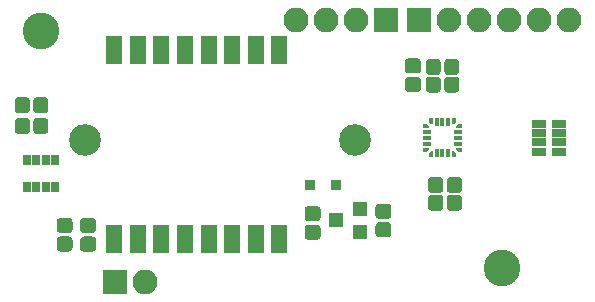
<source format=gbr>
G04 #@! TF.GenerationSoftware,KiCad,Pcbnew,(5.0.0)*
G04 #@! TF.CreationDate,2019-02-27T16:54:38+00:00*
G04 #@! TF.ProjectId,rain,7261696E2E6B696361645F7063620000,rev?*
G04 #@! TF.SameCoordinates,Original*
G04 #@! TF.FileFunction,Soldermask,Top*
G04 #@! TF.FilePolarity,Negative*
%FSLAX46Y46*%
G04 Gerber Fmt 4.6, Leading zero omitted, Abs format (unit mm)*
G04 Created by KiCad (PCBNEW (5.0.0)) date 02/27/19 16:54:38*
%MOMM*%
%LPD*%
G01*
G04 APERTURE LIST*
%ADD10C,3.100000*%
%ADD11C,2.690000*%
%ADD12C,0.100000*%
%ADD13C,1.275000*%
%ADD14R,0.900000X0.900000*%
%ADD15R,2.100000X2.100000*%
%ADD16O,2.100000X2.100000*%
%ADD17R,1.300000X0.800000*%
%ADD18R,1.300000X1.200000*%
%ADD19R,0.800000X0.950000*%
%ADD20R,1.400000X2.400000*%
%ADD21R,0.302000X0.352000*%
%ADD22R,0.302000X0.702000*%
%ADD23R,0.352000X0.302000*%
%ADD24R,0.702000X0.302000*%
%ADD25R,0.152000X0.152000*%
%ADD26C,0.214000*%
%ADD27R,0.100000X0.100000*%
G04 APERTURE END LIST*
D10*
G04 #@! TO.C,REF\002A\002A*
X138000000Y-99000000D03*
G04 #@! TD*
D11*
G04 #@! TO.C,BT1*
X125600000Y-88200000D03*
X102740000Y-88200000D03*
G04 #@! TD*
D12*
G04 #@! TO.C,C1*
G36*
X97774993Y-86326535D02*
X97805935Y-86331125D01*
X97836278Y-86338725D01*
X97865730Y-86349263D01*
X97894008Y-86362638D01*
X97920838Y-86378719D01*
X97945963Y-86397353D01*
X97969140Y-86418360D01*
X97990147Y-86441537D01*
X98008781Y-86466662D01*
X98024862Y-86493492D01*
X98038237Y-86521770D01*
X98048775Y-86551222D01*
X98056375Y-86581565D01*
X98060965Y-86612507D01*
X98062500Y-86643750D01*
X98062500Y-87356250D01*
X98060965Y-87387493D01*
X98056375Y-87418435D01*
X98048775Y-87448778D01*
X98038237Y-87478230D01*
X98024862Y-87506508D01*
X98008781Y-87533338D01*
X97990147Y-87558463D01*
X97969140Y-87581640D01*
X97945963Y-87602647D01*
X97920838Y-87621281D01*
X97894008Y-87637362D01*
X97865730Y-87650737D01*
X97836278Y-87661275D01*
X97805935Y-87668875D01*
X97774993Y-87673465D01*
X97743750Y-87675000D01*
X97106250Y-87675000D01*
X97075007Y-87673465D01*
X97044065Y-87668875D01*
X97013722Y-87661275D01*
X96984270Y-87650737D01*
X96955992Y-87637362D01*
X96929162Y-87621281D01*
X96904037Y-87602647D01*
X96880860Y-87581640D01*
X96859853Y-87558463D01*
X96841219Y-87533338D01*
X96825138Y-87506508D01*
X96811763Y-87478230D01*
X96801225Y-87448778D01*
X96793625Y-87418435D01*
X96789035Y-87387493D01*
X96787500Y-87356250D01*
X96787500Y-86643750D01*
X96789035Y-86612507D01*
X96793625Y-86581565D01*
X96801225Y-86551222D01*
X96811763Y-86521770D01*
X96825138Y-86493492D01*
X96841219Y-86466662D01*
X96859853Y-86441537D01*
X96880860Y-86418360D01*
X96904037Y-86397353D01*
X96929162Y-86378719D01*
X96955992Y-86362638D01*
X96984270Y-86349263D01*
X97013722Y-86338725D01*
X97044065Y-86331125D01*
X97075007Y-86326535D01*
X97106250Y-86325000D01*
X97743750Y-86325000D01*
X97774993Y-86326535D01*
X97774993Y-86326535D01*
G37*
D13*
X97425000Y-87000000D03*
D12*
G36*
X99349993Y-86326535D02*
X99380935Y-86331125D01*
X99411278Y-86338725D01*
X99440730Y-86349263D01*
X99469008Y-86362638D01*
X99495838Y-86378719D01*
X99520963Y-86397353D01*
X99544140Y-86418360D01*
X99565147Y-86441537D01*
X99583781Y-86466662D01*
X99599862Y-86493492D01*
X99613237Y-86521770D01*
X99623775Y-86551222D01*
X99631375Y-86581565D01*
X99635965Y-86612507D01*
X99637500Y-86643750D01*
X99637500Y-87356250D01*
X99635965Y-87387493D01*
X99631375Y-87418435D01*
X99623775Y-87448778D01*
X99613237Y-87478230D01*
X99599862Y-87506508D01*
X99583781Y-87533338D01*
X99565147Y-87558463D01*
X99544140Y-87581640D01*
X99520963Y-87602647D01*
X99495838Y-87621281D01*
X99469008Y-87637362D01*
X99440730Y-87650737D01*
X99411278Y-87661275D01*
X99380935Y-87668875D01*
X99349993Y-87673465D01*
X99318750Y-87675000D01*
X98681250Y-87675000D01*
X98650007Y-87673465D01*
X98619065Y-87668875D01*
X98588722Y-87661275D01*
X98559270Y-87650737D01*
X98530992Y-87637362D01*
X98504162Y-87621281D01*
X98479037Y-87602647D01*
X98455860Y-87581640D01*
X98434853Y-87558463D01*
X98416219Y-87533338D01*
X98400138Y-87506508D01*
X98386763Y-87478230D01*
X98376225Y-87448778D01*
X98368625Y-87418435D01*
X98364035Y-87387493D01*
X98362500Y-87356250D01*
X98362500Y-86643750D01*
X98364035Y-86612507D01*
X98368625Y-86581565D01*
X98376225Y-86551222D01*
X98386763Y-86521770D01*
X98400138Y-86493492D01*
X98416219Y-86466662D01*
X98434853Y-86441537D01*
X98455860Y-86418360D01*
X98479037Y-86397353D01*
X98504162Y-86378719D01*
X98530992Y-86362638D01*
X98559270Y-86349263D01*
X98588722Y-86338725D01*
X98619065Y-86331125D01*
X98650007Y-86326535D01*
X98681250Y-86325000D01*
X99318750Y-86325000D01*
X99349993Y-86326535D01*
X99349993Y-86326535D01*
G37*
D13*
X99000000Y-87000000D03*
G04 #@! TD*
D12*
G04 #@! TO.C,C2*
G36*
X122387493Y-95364035D02*
X122418435Y-95368625D01*
X122448778Y-95376225D01*
X122478230Y-95386763D01*
X122506508Y-95400138D01*
X122533338Y-95416219D01*
X122558463Y-95434853D01*
X122581640Y-95455860D01*
X122602647Y-95479037D01*
X122621281Y-95504162D01*
X122637362Y-95530992D01*
X122650737Y-95559270D01*
X122661275Y-95588722D01*
X122668875Y-95619065D01*
X122673465Y-95650007D01*
X122675000Y-95681250D01*
X122675000Y-96318750D01*
X122673465Y-96349993D01*
X122668875Y-96380935D01*
X122661275Y-96411278D01*
X122650737Y-96440730D01*
X122637362Y-96469008D01*
X122621281Y-96495838D01*
X122602647Y-96520963D01*
X122581640Y-96544140D01*
X122558463Y-96565147D01*
X122533338Y-96583781D01*
X122506508Y-96599862D01*
X122478230Y-96613237D01*
X122448778Y-96623775D01*
X122418435Y-96631375D01*
X122387493Y-96635965D01*
X122356250Y-96637500D01*
X121643750Y-96637500D01*
X121612507Y-96635965D01*
X121581565Y-96631375D01*
X121551222Y-96623775D01*
X121521770Y-96613237D01*
X121493492Y-96599862D01*
X121466662Y-96583781D01*
X121441537Y-96565147D01*
X121418360Y-96544140D01*
X121397353Y-96520963D01*
X121378719Y-96495838D01*
X121362638Y-96469008D01*
X121349263Y-96440730D01*
X121338725Y-96411278D01*
X121331125Y-96380935D01*
X121326535Y-96349993D01*
X121325000Y-96318750D01*
X121325000Y-95681250D01*
X121326535Y-95650007D01*
X121331125Y-95619065D01*
X121338725Y-95588722D01*
X121349263Y-95559270D01*
X121362638Y-95530992D01*
X121378719Y-95504162D01*
X121397353Y-95479037D01*
X121418360Y-95455860D01*
X121441537Y-95434853D01*
X121466662Y-95416219D01*
X121493492Y-95400138D01*
X121521770Y-95386763D01*
X121551222Y-95376225D01*
X121581565Y-95368625D01*
X121612507Y-95364035D01*
X121643750Y-95362500D01*
X122356250Y-95362500D01*
X122387493Y-95364035D01*
X122387493Y-95364035D01*
G37*
D13*
X122000000Y-96000000D03*
D12*
G36*
X122387493Y-93789035D02*
X122418435Y-93793625D01*
X122448778Y-93801225D01*
X122478230Y-93811763D01*
X122506508Y-93825138D01*
X122533338Y-93841219D01*
X122558463Y-93859853D01*
X122581640Y-93880860D01*
X122602647Y-93904037D01*
X122621281Y-93929162D01*
X122637362Y-93955992D01*
X122650737Y-93984270D01*
X122661275Y-94013722D01*
X122668875Y-94044065D01*
X122673465Y-94075007D01*
X122675000Y-94106250D01*
X122675000Y-94743750D01*
X122673465Y-94774993D01*
X122668875Y-94805935D01*
X122661275Y-94836278D01*
X122650737Y-94865730D01*
X122637362Y-94894008D01*
X122621281Y-94920838D01*
X122602647Y-94945963D01*
X122581640Y-94969140D01*
X122558463Y-94990147D01*
X122533338Y-95008781D01*
X122506508Y-95024862D01*
X122478230Y-95038237D01*
X122448778Y-95048775D01*
X122418435Y-95056375D01*
X122387493Y-95060965D01*
X122356250Y-95062500D01*
X121643750Y-95062500D01*
X121612507Y-95060965D01*
X121581565Y-95056375D01*
X121551222Y-95048775D01*
X121521770Y-95038237D01*
X121493492Y-95024862D01*
X121466662Y-95008781D01*
X121441537Y-94990147D01*
X121418360Y-94969140D01*
X121397353Y-94945963D01*
X121378719Y-94920838D01*
X121362638Y-94894008D01*
X121349263Y-94865730D01*
X121338725Y-94836278D01*
X121331125Y-94805935D01*
X121326535Y-94774993D01*
X121325000Y-94743750D01*
X121325000Y-94106250D01*
X121326535Y-94075007D01*
X121331125Y-94044065D01*
X121338725Y-94013722D01*
X121349263Y-93984270D01*
X121362638Y-93955992D01*
X121378719Y-93929162D01*
X121397353Y-93904037D01*
X121418360Y-93880860D01*
X121441537Y-93859853D01*
X121466662Y-93841219D01*
X121493492Y-93825138D01*
X121521770Y-93811763D01*
X121551222Y-93801225D01*
X121581565Y-93793625D01*
X121612507Y-93789035D01*
X121643750Y-93787500D01*
X122356250Y-93787500D01*
X122387493Y-93789035D01*
X122387493Y-93789035D01*
G37*
D13*
X122000000Y-94425000D03*
G04 #@! TD*
D12*
G04 #@! TO.C,C3*
G36*
X99349993Y-84576535D02*
X99380935Y-84581125D01*
X99411278Y-84588725D01*
X99440730Y-84599263D01*
X99469008Y-84612638D01*
X99495838Y-84628719D01*
X99520963Y-84647353D01*
X99544140Y-84668360D01*
X99565147Y-84691537D01*
X99583781Y-84716662D01*
X99599862Y-84743492D01*
X99613237Y-84771770D01*
X99623775Y-84801222D01*
X99631375Y-84831565D01*
X99635965Y-84862507D01*
X99637500Y-84893750D01*
X99637500Y-85606250D01*
X99635965Y-85637493D01*
X99631375Y-85668435D01*
X99623775Y-85698778D01*
X99613237Y-85728230D01*
X99599862Y-85756508D01*
X99583781Y-85783338D01*
X99565147Y-85808463D01*
X99544140Y-85831640D01*
X99520963Y-85852647D01*
X99495838Y-85871281D01*
X99469008Y-85887362D01*
X99440730Y-85900737D01*
X99411278Y-85911275D01*
X99380935Y-85918875D01*
X99349993Y-85923465D01*
X99318750Y-85925000D01*
X98681250Y-85925000D01*
X98650007Y-85923465D01*
X98619065Y-85918875D01*
X98588722Y-85911275D01*
X98559270Y-85900737D01*
X98530992Y-85887362D01*
X98504162Y-85871281D01*
X98479037Y-85852647D01*
X98455860Y-85831640D01*
X98434853Y-85808463D01*
X98416219Y-85783338D01*
X98400138Y-85756508D01*
X98386763Y-85728230D01*
X98376225Y-85698778D01*
X98368625Y-85668435D01*
X98364035Y-85637493D01*
X98362500Y-85606250D01*
X98362500Y-84893750D01*
X98364035Y-84862507D01*
X98368625Y-84831565D01*
X98376225Y-84801222D01*
X98386763Y-84771770D01*
X98400138Y-84743492D01*
X98416219Y-84716662D01*
X98434853Y-84691537D01*
X98455860Y-84668360D01*
X98479037Y-84647353D01*
X98504162Y-84628719D01*
X98530992Y-84612638D01*
X98559270Y-84599263D01*
X98588722Y-84588725D01*
X98619065Y-84581125D01*
X98650007Y-84576535D01*
X98681250Y-84575000D01*
X99318750Y-84575000D01*
X99349993Y-84576535D01*
X99349993Y-84576535D01*
G37*
D13*
X99000000Y-85250000D03*
D12*
G36*
X97774993Y-84576535D02*
X97805935Y-84581125D01*
X97836278Y-84588725D01*
X97865730Y-84599263D01*
X97894008Y-84612638D01*
X97920838Y-84628719D01*
X97945963Y-84647353D01*
X97969140Y-84668360D01*
X97990147Y-84691537D01*
X98008781Y-84716662D01*
X98024862Y-84743492D01*
X98038237Y-84771770D01*
X98048775Y-84801222D01*
X98056375Y-84831565D01*
X98060965Y-84862507D01*
X98062500Y-84893750D01*
X98062500Y-85606250D01*
X98060965Y-85637493D01*
X98056375Y-85668435D01*
X98048775Y-85698778D01*
X98038237Y-85728230D01*
X98024862Y-85756508D01*
X98008781Y-85783338D01*
X97990147Y-85808463D01*
X97969140Y-85831640D01*
X97945963Y-85852647D01*
X97920838Y-85871281D01*
X97894008Y-85887362D01*
X97865730Y-85900737D01*
X97836278Y-85911275D01*
X97805935Y-85918875D01*
X97774993Y-85923465D01*
X97743750Y-85925000D01*
X97106250Y-85925000D01*
X97075007Y-85923465D01*
X97044065Y-85918875D01*
X97013722Y-85911275D01*
X96984270Y-85900737D01*
X96955992Y-85887362D01*
X96929162Y-85871281D01*
X96904037Y-85852647D01*
X96880860Y-85831640D01*
X96859853Y-85808463D01*
X96841219Y-85783338D01*
X96825138Y-85756508D01*
X96811763Y-85728230D01*
X96801225Y-85698778D01*
X96793625Y-85668435D01*
X96789035Y-85637493D01*
X96787500Y-85606250D01*
X96787500Y-84893750D01*
X96789035Y-84862507D01*
X96793625Y-84831565D01*
X96801225Y-84801222D01*
X96811763Y-84771770D01*
X96825138Y-84743492D01*
X96841219Y-84716662D01*
X96859853Y-84691537D01*
X96880860Y-84668360D01*
X96904037Y-84647353D01*
X96929162Y-84628719D01*
X96955992Y-84612638D01*
X96984270Y-84599263D01*
X97013722Y-84588725D01*
X97044065Y-84581125D01*
X97075007Y-84576535D01*
X97106250Y-84575000D01*
X97743750Y-84575000D01*
X97774993Y-84576535D01*
X97774993Y-84576535D01*
G37*
D13*
X97425000Y-85250000D03*
G04 #@! TD*
D12*
G04 #@! TO.C,C4*
G36*
X128387493Y-95151535D02*
X128418435Y-95156125D01*
X128448778Y-95163725D01*
X128478230Y-95174263D01*
X128506508Y-95187638D01*
X128533338Y-95203719D01*
X128558463Y-95222353D01*
X128581640Y-95243360D01*
X128602647Y-95266537D01*
X128621281Y-95291662D01*
X128637362Y-95318492D01*
X128650737Y-95346770D01*
X128661275Y-95376222D01*
X128668875Y-95406565D01*
X128673465Y-95437507D01*
X128675000Y-95468750D01*
X128675000Y-96106250D01*
X128673465Y-96137493D01*
X128668875Y-96168435D01*
X128661275Y-96198778D01*
X128650737Y-96228230D01*
X128637362Y-96256508D01*
X128621281Y-96283338D01*
X128602647Y-96308463D01*
X128581640Y-96331640D01*
X128558463Y-96352647D01*
X128533338Y-96371281D01*
X128506508Y-96387362D01*
X128478230Y-96400737D01*
X128448778Y-96411275D01*
X128418435Y-96418875D01*
X128387493Y-96423465D01*
X128356250Y-96425000D01*
X127643750Y-96425000D01*
X127612507Y-96423465D01*
X127581565Y-96418875D01*
X127551222Y-96411275D01*
X127521770Y-96400737D01*
X127493492Y-96387362D01*
X127466662Y-96371281D01*
X127441537Y-96352647D01*
X127418360Y-96331640D01*
X127397353Y-96308463D01*
X127378719Y-96283338D01*
X127362638Y-96256508D01*
X127349263Y-96228230D01*
X127338725Y-96198778D01*
X127331125Y-96168435D01*
X127326535Y-96137493D01*
X127325000Y-96106250D01*
X127325000Y-95468750D01*
X127326535Y-95437507D01*
X127331125Y-95406565D01*
X127338725Y-95376222D01*
X127349263Y-95346770D01*
X127362638Y-95318492D01*
X127378719Y-95291662D01*
X127397353Y-95266537D01*
X127418360Y-95243360D01*
X127441537Y-95222353D01*
X127466662Y-95203719D01*
X127493492Y-95187638D01*
X127521770Y-95174263D01*
X127551222Y-95163725D01*
X127581565Y-95156125D01*
X127612507Y-95151535D01*
X127643750Y-95150000D01*
X128356250Y-95150000D01*
X128387493Y-95151535D01*
X128387493Y-95151535D01*
G37*
D13*
X128000000Y-95787500D03*
D12*
G36*
X128387493Y-93576535D02*
X128418435Y-93581125D01*
X128448778Y-93588725D01*
X128478230Y-93599263D01*
X128506508Y-93612638D01*
X128533338Y-93628719D01*
X128558463Y-93647353D01*
X128581640Y-93668360D01*
X128602647Y-93691537D01*
X128621281Y-93716662D01*
X128637362Y-93743492D01*
X128650737Y-93771770D01*
X128661275Y-93801222D01*
X128668875Y-93831565D01*
X128673465Y-93862507D01*
X128675000Y-93893750D01*
X128675000Y-94531250D01*
X128673465Y-94562493D01*
X128668875Y-94593435D01*
X128661275Y-94623778D01*
X128650737Y-94653230D01*
X128637362Y-94681508D01*
X128621281Y-94708338D01*
X128602647Y-94733463D01*
X128581640Y-94756640D01*
X128558463Y-94777647D01*
X128533338Y-94796281D01*
X128506508Y-94812362D01*
X128478230Y-94825737D01*
X128448778Y-94836275D01*
X128418435Y-94843875D01*
X128387493Y-94848465D01*
X128356250Y-94850000D01*
X127643750Y-94850000D01*
X127612507Y-94848465D01*
X127581565Y-94843875D01*
X127551222Y-94836275D01*
X127521770Y-94825737D01*
X127493492Y-94812362D01*
X127466662Y-94796281D01*
X127441537Y-94777647D01*
X127418360Y-94756640D01*
X127397353Y-94733463D01*
X127378719Y-94708338D01*
X127362638Y-94681508D01*
X127349263Y-94653230D01*
X127338725Y-94623778D01*
X127331125Y-94593435D01*
X127326535Y-94562493D01*
X127325000Y-94531250D01*
X127325000Y-93893750D01*
X127326535Y-93862507D01*
X127331125Y-93831565D01*
X127338725Y-93801222D01*
X127349263Y-93771770D01*
X127362638Y-93743492D01*
X127378719Y-93716662D01*
X127397353Y-93691537D01*
X127418360Y-93668360D01*
X127441537Y-93647353D01*
X127466662Y-93628719D01*
X127493492Y-93612638D01*
X127521770Y-93599263D01*
X127551222Y-93588725D01*
X127581565Y-93581125D01*
X127612507Y-93576535D01*
X127643750Y-93575000D01*
X128356250Y-93575000D01*
X128387493Y-93576535D01*
X128387493Y-93576535D01*
G37*
D13*
X128000000Y-94212500D03*
G04 #@! TD*
D12*
G04 #@! TO.C,C5*
G36*
X132774993Y-92826535D02*
X132805935Y-92831125D01*
X132836278Y-92838725D01*
X132865730Y-92849263D01*
X132894008Y-92862638D01*
X132920838Y-92878719D01*
X132945963Y-92897353D01*
X132969140Y-92918360D01*
X132990147Y-92941537D01*
X133008781Y-92966662D01*
X133024862Y-92993492D01*
X133038237Y-93021770D01*
X133048775Y-93051222D01*
X133056375Y-93081565D01*
X133060965Y-93112507D01*
X133062500Y-93143750D01*
X133062500Y-93856250D01*
X133060965Y-93887493D01*
X133056375Y-93918435D01*
X133048775Y-93948778D01*
X133038237Y-93978230D01*
X133024862Y-94006508D01*
X133008781Y-94033338D01*
X132990147Y-94058463D01*
X132969140Y-94081640D01*
X132945963Y-94102647D01*
X132920838Y-94121281D01*
X132894008Y-94137362D01*
X132865730Y-94150737D01*
X132836278Y-94161275D01*
X132805935Y-94168875D01*
X132774993Y-94173465D01*
X132743750Y-94175000D01*
X132106250Y-94175000D01*
X132075007Y-94173465D01*
X132044065Y-94168875D01*
X132013722Y-94161275D01*
X131984270Y-94150737D01*
X131955992Y-94137362D01*
X131929162Y-94121281D01*
X131904037Y-94102647D01*
X131880860Y-94081640D01*
X131859853Y-94058463D01*
X131841219Y-94033338D01*
X131825138Y-94006508D01*
X131811763Y-93978230D01*
X131801225Y-93948778D01*
X131793625Y-93918435D01*
X131789035Y-93887493D01*
X131787500Y-93856250D01*
X131787500Y-93143750D01*
X131789035Y-93112507D01*
X131793625Y-93081565D01*
X131801225Y-93051222D01*
X131811763Y-93021770D01*
X131825138Y-92993492D01*
X131841219Y-92966662D01*
X131859853Y-92941537D01*
X131880860Y-92918360D01*
X131904037Y-92897353D01*
X131929162Y-92878719D01*
X131955992Y-92862638D01*
X131984270Y-92849263D01*
X132013722Y-92838725D01*
X132044065Y-92831125D01*
X132075007Y-92826535D01*
X132106250Y-92825000D01*
X132743750Y-92825000D01*
X132774993Y-92826535D01*
X132774993Y-92826535D01*
G37*
D13*
X132425000Y-93500000D03*
D12*
G36*
X134349993Y-92826535D02*
X134380935Y-92831125D01*
X134411278Y-92838725D01*
X134440730Y-92849263D01*
X134469008Y-92862638D01*
X134495838Y-92878719D01*
X134520963Y-92897353D01*
X134544140Y-92918360D01*
X134565147Y-92941537D01*
X134583781Y-92966662D01*
X134599862Y-92993492D01*
X134613237Y-93021770D01*
X134623775Y-93051222D01*
X134631375Y-93081565D01*
X134635965Y-93112507D01*
X134637500Y-93143750D01*
X134637500Y-93856250D01*
X134635965Y-93887493D01*
X134631375Y-93918435D01*
X134623775Y-93948778D01*
X134613237Y-93978230D01*
X134599862Y-94006508D01*
X134583781Y-94033338D01*
X134565147Y-94058463D01*
X134544140Y-94081640D01*
X134520963Y-94102647D01*
X134495838Y-94121281D01*
X134469008Y-94137362D01*
X134440730Y-94150737D01*
X134411278Y-94161275D01*
X134380935Y-94168875D01*
X134349993Y-94173465D01*
X134318750Y-94175000D01*
X133681250Y-94175000D01*
X133650007Y-94173465D01*
X133619065Y-94168875D01*
X133588722Y-94161275D01*
X133559270Y-94150737D01*
X133530992Y-94137362D01*
X133504162Y-94121281D01*
X133479037Y-94102647D01*
X133455860Y-94081640D01*
X133434853Y-94058463D01*
X133416219Y-94033338D01*
X133400138Y-94006508D01*
X133386763Y-93978230D01*
X133376225Y-93948778D01*
X133368625Y-93918435D01*
X133364035Y-93887493D01*
X133362500Y-93856250D01*
X133362500Y-93143750D01*
X133364035Y-93112507D01*
X133368625Y-93081565D01*
X133376225Y-93051222D01*
X133386763Y-93021770D01*
X133400138Y-92993492D01*
X133416219Y-92966662D01*
X133434853Y-92941537D01*
X133455860Y-92918360D01*
X133479037Y-92897353D01*
X133504162Y-92878719D01*
X133530992Y-92862638D01*
X133559270Y-92849263D01*
X133588722Y-92838725D01*
X133619065Y-92831125D01*
X133650007Y-92826535D01*
X133681250Y-92825000D01*
X134318750Y-92825000D01*
X134349993Y-92826535D01*
X134349993Y-92826535D01*
G37*
D13*
X134000000Y-93500000D03*
G04 #@! TD*
D12*
G04 #@! TO.C,C6*
G36*
X132774993Y-91326535D02*
X132805935Y-91331125D01*
X132836278Y-91338725D01*
X132865730Y-91349263D01*
X132894008Y-91362638D01*
X132920838Y-91378719D01*
X132945963Y-91397353D01*
X132969140Y-91418360D01*
X132990147Y-91441537D01*
X133008781Y-91466662D01*
X133024862Y-91493492D01*
X133038237Y-91521770D01*
X133048775Y-91551222D01*
X133056375Y-91581565D01*
X133060965Y-91612507D01*
X133062500Y-91643750D01*
X133062500Y-92356250D01*
X133060965Y-92387493D01*
X133056375Y-92418435D01*
X133048775Y-92448778D01*
X133038237Y-92478230D01*
X133024862Y-92506508D01*
X133008781Y-92533338D01*
X132990147Y-92558463D01*
X132969140Y-92581640D01*
X132945963Y-92602647D01*
X132920838Y-92621281D01*
X132894008Y-92637362D01*
X132865730Y-92650737D01*
X132836278Y-92661275D01*
X132805935Y-92668875D01*
X132774993Y-92673465D01*
X132743750Y-92675000D01*
X132106250Y-92675000D01*
X132075007Y-92673465D01*
X132044065Y-92668875D01*
X132013722Y-92661275D01*
X131984270Y-92650737D01*
X131955992Y-92637362D01*
X131929162Y-92621281D01*
X131904037Y-92602647D01*
X131880860Y-92581640D01*
X131859853Y-92558463D01*
X131841219Y-92533338D01*
X131825138Y-92506508D01*
X131811763Y-92478230D01*
X131801225Y-92448778D01*
X131793625Y-92418435D01*
X131789035Y-92387493D01*
X131787500Y-92356250D01*
X131787500Y-91643750D01*
X131789035Y-91612507D01*
X131793625Y-91581565D01*
X131801225Y-91551222D01*
X131811763Y-91521770D01*
X131825138Y-91493492D01*
X131841219Y-91466662D01*
X131859853Y-91441537D01*
X131880860Y-91418360D01*
X131904037Y-91397353D01*
X131929162Y-91378719D01*
X131955992Y-91362638D01*
X131984270Y-91349263D01*
X132013722Y-91338725D01*
X132044065Y-91331125D01*
X132075007Y-91326535D01*
X132106250Y-91325000D01*
X132743750Y-91325000D01*
X132774993Y-91326535D01*
X132774993Y-91326535D01*
G37*
D13*
X132425000Y-92000000D03*
D12*
G36*
X134349993Y-91326535D02*
X134380935Y-91331125D01*
X134411278Y-91338725D01*
X134440730Y-91349263D01*
X134469008Y-91362638D01*
X134495838Y-91378719D01*
X134520963Y-91397353D01*
X134544140Y-91418360D01*
X134565147Y-91441537D01*
X134583781Y-91466662D01*
X134599862Y-91493492D01*
X134613237Y-91521770D01*
X134623775Y-91551222D01*
X134631375Y-91581565D01*
X134635965Y-91612507D01*
X134637500Y-91643750D01*
X134637500Y-92356250D01*
X134635965Y-92387493D01*
X134631375Y-92418435D01*
X134623775Y-92448778D01*
X134613237Y-92478230D01*
X134599862Y-92506508D01*
X134583781Y-92533338D01*
X134565147Y-92558463D01*
X134544140Y-92581640D01*
X134520963Y-92602647D01*
X134495838Y-92621281D01*
X134469008Y-92637362D01*
X134440730Y-92650737D01*
X134411278Y-92661275D01*
X134380935Y-92668875D01*
X134349993Y-92673465D01*
X134318750Y-92675000D01*
X133681250Y-92675000D01*
X133650007Y-92673465D01*
X133619065Y-92668875D01*
X133588722Y-92661275D01*
X133559270Y-92650737D01*
X133530992Y-92637362D01*
X133504162Y-92621281D01*
X133479037Y-92602647D01*
X133455860Y-92581640D01*
X133434853Y-92558463D01*
X133416219Y-92533338D01*
X133400138Y-92506508D01*
X133386763Y-92478230D01*
X133376225Y-92448778D01*
X133368625Y-92418435D01*
X133364035Y-92387493D01*
X133362500Y-92356250D01*
X133362500Y-91643750D01*
X133364035Y-91612507D01*
X133368625Y-91581565D01*
X133376225Y-91551222D01*
X133386763Y-91521770D01*
X133400138Y-91493492D01*
X133416219Y-91466662D01*
X133434853Y-91441537D01*
X133455860Y-91418360D01*
X133479037Y-91397353D01*
X133504162Y-91378719D01*
X133530992Y-91362638D01*
X133559270Y-91349263D01*
X133588722Y-91338725D01*
X133619065Y-91331125D01*
X133650007Y-91326535D01*
X133681250Y-91325000D01*
X134318750Y-91325000D01*
X134349993Y-91326535D01*
X134349993Y-91326535D01*
G37*
D13*
X134000000Y-92000000D03*
G04 #@! TD*
D12*
G04 #@! TO.C,C7*
G36*
X132562493Y-82826535D02*
X132593435Y-82831125D01*
X132623778Y-82838725D01*
X132653230Y-82849263D01*
X132681508Y-82862638D01*
X132708338Y-82878719D01*
X132733463Y-82897353D01*
X132756640Y-82918360D01*
X132777647Y-82941537D01*
X132796281Y-82966662D01*
X132812362Y-82993492D01*
X132825737Y-83021770D01*
X132836275Y-83051222D01*
X132843875Y-83081565D01*
X132848465Y-83112507D01*
X132850000Y-83143750D01*
X132850000Y-83856250D01*
X132848465Y-83887493D01*
X132843875Y-83918435D01*
X132836275Y-83948778D01*
X132825737Y-83978230D01*
X132812362Y-84006508D01*
X132796281Y-84033338D01*
X132777647Y-84058463D01*
X132756640Y-84081640D01*
X132733463Y-84102647D01*
X132708338Y-84121281D01*
X132681508Y-84137362D01*
X132653230Y-84150737D01*
X132623778Y-84161275D01*
X132593435Y-84168875D01*
X132562493Y-84173465D01*
X132531250Y-84175000D01*
X131893750Y-84175000D01*
X131862507Y-84173465D01*
X131831565Y-84168875D01*
X131801222Y-84161275D01*
X131771770Y-84150737D01*
X131743492Y-84137362D01*
X131716662Y-84121281D01*
X131691537Y-84102647D01*
X131668360Y-84081640D01*
X131647353Y-84058463D01*
X131628719Y-84033338D01*
X131612638Y-84006508D01*
X131599263Y-83978230D01*
X131588725Y-83948778D01*
X131581125Y-83918435D01*
X131576535Y-83887493D01*
X131575000Y-83856250D01*
X131575000Y-83143750D01*
X131576535Y-83112507D01*
X131581125Y-83081565D01*
X131588725Y-83051222D01*
X131599263Y-83021770D01*
X131612638Y-82993492D01*
X131628719Y-82966662D01*
X131647353Y-82941537D01*
X131668360Y-82918360D01*
X131691537Y-82897353D01*
X131716662Y-82878719D01*
X131743492Y-82862638D01*
X131771770Y-82849263D01*
X131801222Y-82838725D01*
X131831565Y-82831125D01*
X131862507Y-82826535D01*
X131893750Y-82825000D01*
X132531250Y-82825000D01*
X132562493Y-82826535D01*
X132562493Y-82826535D01*
G37*
D13*
X132212500Y-83500000D03*
D12*
G36*
X134137493Y-82826535D02*
X134168435Y-82831125D01*
X134198778Y-82838725D01*
X134228230Y-82849263D01*
X134256508Y-82862638D01*
X134283338Y-82878719D01*
X134308463Y-82897353D01*
X134331640Y-82918360D01*
X134352647Y-82941537D01*
X134371281Y-82966662D01*
X134387362Y-82993492D01*
X134400737Y-83021770D01*
X134411275Y-83051222D01*
X134418875Y-83081565D01*
X134423465Y-83112507D01*
X134425000Y-83143750D01*
X134425000Y-83856250D01*
X134423465Y-83887493D01*
X134418875Y-83918435D01*
X134411275Y-83948778D01*
X134400737Y-83978230D01*
X134387362Y-84006508D01*
X134371281Y-84033338D01*
X134352647Y-84058463D01*
X134331640Y-84081640D01*
X134308463Y-84102647D01*
X134283338Y-84121281D01*
X134256508Y-84137362D01*
X134228230Y-84150737D01*
X134198778Y-84161275D01*
X134168435Y-84168875D01*
X134137493Y-84173465D01*
X134106250Y-84175000D01*
X133468750Y-84175000D01*
X133437507Y-84173465D01*
X133406565Y-84168875D01*
X133376222Y-84161275D01*
X133346770Y-84150737D01*
X133318492Y-84137362D01*
X133291662Y-84121281D01*
X133266537Y-84102647D01*
X133243360Y-84081640D01*
X133222353Y-84058463D01*
X133203719Y-84033338D01*
X133187638Y-84006508D01*
X133174263Y-83978230D01*
X133163725Y-83948778D01*
X133156125Y-83918435D01*
X133151535Y-83887493D01*
X133150000Y-83856250D01*
X133150000Y-83143750D01*
X133151535Y-83112507D01*
X133156125Y-83081565D01*
X133163725Y-83051222D01*
X133174263Y-83021770D01*
X133187638Y-82993492D01*
X133203719Y-82966662D01*
X133222353Y-82941537D01*
X133243360Y-82918360D01*
X133266537Y-82897353D01*
X133291662Y-82878719D01*
X133318492Y-82862638D01*
X133346770Y-82849263D01*
X133376222Y-82838725D01*
X133406565Y-82831125D01*
X133437507Y-82826535D01*
X133468750Y-82825000D01*
X134106250Y-82825000D01*
X134137493Y-82826535D01*
X134137493Y-82826535D01*
G37*
D13*
X133787500Y-83500000D03*
G04 #@! TD*
D12*
G04 #@! TO.C,C8*
G36*
X134137493Y-81326535D02*
X134168435Y-81331125D01*
X134198778Y-81338725D01*
X134228230Y-81349263D01*
X134256508Y-81362638D01*
X134283338Y-81378719D01*
X134308463Y-81397353D01*
X134331640Y-81418360D01*
X134352647Y-81441537D01*
X134371281Y-81466662D01*
X134387362Y-81493492D01*
X134400737Y-81521770D01*
X134411275Y-81551222D01*
X134418875Y-81581565D01*
X134423465Y-81612507D01*
X134425000Y-81643750D01*
X134425000Y-82356250D01*
X134423465Y-82387493D01*
X134418875Y-82418435D01*
X134411275Y-82448778D01*
X134400737Y-82478230D01*
X134387362Y-82506508D01*
X134371281Y-82533338D01*
X134352647Y-82558463D01*
X134331640Y-82581640D01*
X134308463Y-82602647D01*
X134283338Y-82621281D01*
X134256508Y-82637362D01*
X134228230Y-82650737D01*
X134198778Y-82661275D01*
X134168435Y-82668875D01*
X134137493Y-82673465D01*
X134106250Y-82675000D01*
X133468750Y-82675000D01*
X133437507Y-82673465D01*
X133406565Y-82668875D01*
X133376222Y-82661275D01*
X133346770Y-82650737D01*
X133318492Y-82637362D01*
X133291662Y-82621281D01*
X133266537Y-82602647D01*
X133243360Y-82581640D01*
X133222353Y-82558463D01*
X133203719Y-82533338D01*
X133187638Y-82506508D01*
X133174263Y-82478230D01*
X133163725Y-82448778D01*
X133156125Y-82418435D01*
X133151535Y-82387493D01*
X133150000Y-82356250D01*
X133150000Y-81643750D01*
X133151535Y-81612507D01*
X133156125Y-81581565D01*
X133163725Y-81551222D01*
X133174263Y-81521770D01*
X133187638Y-81493492D01*
X133203719Y-81466662D01*
X133222353Y-81441537D01*
X133243360Y-81418360D01*
X133266537Y-81397353D01*
X133291662Y-81378719D01*
X133318492Y-81362638D01*
X133346770Y-81349263D01*
X133376222Y-81338725D01*
X133406565Y-81331125D01*
X133437507Y-81326535D01*
X133468750Y-81325000D01*
X134106250Y-81325000D01*
X134137493Y-81326535D01*
X134137493Y-81326535D01*
G37*
D13*
X133787500Y-82000000D03*
D12*
G36*
X132562493Y-81326535D02*
X132593435Y-81331125D01*
X132623778Y-81338725D01*
X132653230Y-81349263D01*
X132681508Y-81362638D01*
X132708338Y-81378719D01*
X132733463Y-81397353D01*
X132756640Y-81418360D01*
X132777647Y-81441537D01*
X132796281Y-81466662D01*
X132812362Y-81493492D01*
X132825737Y-81521770D01*
X132836275Y-81551222D01*
X132843875Y-81581565D01*
X132848465Y-81612507D01*
X132850000Y-81643750D01*
X132850000Y-82356250D01*
X132848465Y-82387493D01*
X132843875Y-82418435D01*
X132836275Y-82448778D01*
X132825737Y-82478230D01*
X132812362Y-82506508D01*
X132796281Y-82533338D01*
X132777647Y-82558463D01*
X132756640Y-82581640D01*
X132733463Y-82602647D01*
X132708338Y-82621281D01*
X132681508Y-82637362D01*
X132653230Y-82650737D01*
X132623778Y-82661275D01*
X132593435Y-82668875D01*
X132562493Y-82673465D01*
X132531250Y-82675000D01*
X131893750Y-82675000D01*
X131862507Y-82673465D01*
X131831565Y-82668875D01*
X131801222Y-82661275D01*
X131771770Y-82650737D01*
X131743492Y-82637362D01*
X131716662Y-82621281D01*
X131691537Y-82602647D01*
X131668360Y-82581640D01*
X131647353Y-82558463D01*
X131628719Y-82533338D01*
X131612638Y-82506508D01*
X131599263Y-82478230D01*
X131588725Y-82448778D01*
X131581125Y-82418435D01*
X131576535Y-82387493D01*
X131575000Y-82356250D01*
X131575000Y-81643750D01*
X131576535Y-81612507D01*
X131581125Y-81581565D01*
X131588725Y-81551222D01*
X131599263Y-81521770D01*
X131612638Y-81493492D01*
X131628719Y-81466662D01*
X131647353Y-81441537D01*
X131668360Y-81418360D01*
X131691537Y-81397353D01*
X131716662Y-81378719D01*
X131743492Y-81362638D01*
X131771770Y-81349263D01*
X131801222Y-81338725D01*
X131831565Y-81331125D01*
X131862507Y-81326535D01*
X131893750Y-81325000D01*
X132531250Y-81325000D01*
X132562493Y-81326535D01*
X132562493Y-81326535D01*
G37*
D13*
X132212500Y-82000000D03*
G04 #@! TD*
D14*
G04 #@! TO.C,D1*
X124000000Y-92000000D03*
X121800000Y-92000000D03*
G04 #@! TD*
D15*
G04 #@! TO.C,J1*
X131000000Y-78000000D03*
D16*
X133540000Y-78000000D03*
X136080000Y-78000000D03*
X138620000Y-78000000D03*
X141160000Y-78000000D03*
X143700000Y-78000000D03*
G04 #@! TD*
D15*
G04 #@! TO.C,J3*
X128250000Y-78000000D03*
D16*
X125710000Y-78000000D03*
X123170000Y-78000000D03*
X120630000Y-78000000D03*
G04 #@! TD*
D12*
G04 #@! TO.C,R1*
G36*
X103387493Y-96364035D02*
X103418435Y-96368625D01*
X103448778Y-96376225D01*
X103478230Y-96386763D01*
X103506508Y-96400138D01*
X103533338Y-96416219D01*
X103558463Y-96434853D01*
X103581640Y-96455860D01*
X103602647Y-96479037D01*
X103621281Y-96504162D01*
X103637362Y-96530992D01*
X103650737Y-96559270D01*
X103661275Y-96588722D01*
X103668875Y-96619065D01*
X103673465Y-96650007D01*
X103675000Y-96681250D01*
X103675000Y-97318750D01*
X103673465Y-97349993D01*
X103668875Y-97380935D01*
X103661275Y-97411278D01*
X103650737Y-97440730D01*
X103637362Y-97469008D01*
X103621281Y-97495838D01*
X103602647Y-97520963D01*
X103581640Y-97544140D01*
X103558463Y-97565147D01*
X103533338Y-97583781D01*
X103506508Y-97599862D01*
X103478230Y-97613237D01*
X103448778Y-97623775D01*
X103418435Y-97631375D01*
X103387493Y-97635965D01*
X103356250Y-97637500D01*
X102643750Y-97637500D01*
X102612507Y-97635965D01*
X102581565Y-97631375D01*
X102551222Y-97623775D01*
X102521770Y-97613237D01*
X102493492Y-97599862D01*
X102466662Y-97583781D01*
X102441537Y-97565147D01*
X102418360Y-97544140D01*
X102397353Y-97520963D01*
X102378719Y-97495838D01*
X102362638Y-97469008D01*
X102349263Y-97440730D01*
X102338725Y-97411278D01*
X102331125Y-97380935D01*
X102326535Y-97349993D01*
X102325000Y-97318750D01*
X102325000Y-96681250D01*
X102326535Y-96650007D01*
X102331125Y-96619065D01*
X102338725Y-96588722D01*
X102349263Y-96559270D01*
X102362638Y-96530992D01*
X102378719Y-96504162D01*
X102397353Y-96479037D01*
X102418360Y-96455860D01*
X102441537Y-96434853D01*
X102466662Y-96416219D01*
X102493492Y-96400138D01*
X102521770Y-96386763D01*
X102551222Y-96376225D01*
X102581565Y-96368625D01*
X102612507Y-96364035D01*
X102643750Y-96362500D01*
X103356250Y-96362500D01*
X103387493Y-96364035D01*
X103387493Y-96364035D01*
G37*
D13*
X103000000Y-97000000D03*
D12*
G36*
X103387493Y-94789035D02*
X103418435Y-94793625D01*
X103448778Y-94801225D01*
X103478230Y-94811763D01*
X103506508Y-94825138D01*
X103533338Y-94841219D01*
X103558463Y-94859853D01*
X103581640Y-94880860D01*
X103602647Y-94904037D01*
X103621281Y-94929162D01*
X103637362Y-94955992D01*
X103650737Y-94984270D01*
X103661275Y-95013722D01*
X103668875Y-95044065D01*
X103673465Y-95075007D01*
X103675000Y-95106250D01*
X103675000Y-95743750D01*
X103673465Y-95774993D01*
X103668875Y-95805935D01*
X103661275Y-95836278D01*
X103650737Y-95865730D01*
X103637362Y-95894008D01*
X103621281Y-95920838D01*
X103602647Y-95945963D01*
X103581640Y-95969140D01*
X103558463Y-95990147D01*
X103533338Y-96008781D01*
X103506508Y-96024862D01*
X103478230Y-96038237D01*
X103448778Y-96048775D01*
X103418435Y-96056375D01*
X103387493Y-96060965D01*
X103356250Y-96062500D01*
X102643750Y-96062500D01*
X102612507Y-96060965D01*
X102581565Y-96056375D01*
X102551222Y-96048775D01*
X102521770Y-96038237D01*
X102493492Y-96024862D01*
X102466662Y-96008781D01*
X102441537Y-95990147D01*
X102418360Y-95969140D01*
X102397353Y-95945963D01*
X102378719Y-95920838D01*
X102362638Y-95894008D01*
X102349263Y-95865730D01*
X102338725Y-95836278D01*
X102331125Y-95805935D01*
X102326535Y-95774993D01*
X102325000Y-95743750D01*
X102325000Y-95106250D01*
X102326535Y-95075007D01*
X102331125Y-95044065D01*
X102338725Y-95013722D01*
X102349263Y-94984270D01*
X102362638Y-94955992D01*
X102378719Y-94929162D01*
X102397353Y-94904037D01*
X102418360Y-94880860D01*
X102441537Y-94859853D01*
X102466662Y-94841219D01*
X102493492Y-94825138D01*
X102521770Y-94811763D01*
X102551222Y-94801225D01*
X102581565Y-94793625D01*
X102612507Y-94789035D01*
X102643750Y-94787500D01*
X103356250Y-94787500D01*
X103387493Y-94789035D01*
X103387493Y-94789035D01*
G37*
D13*
X103000000Y-95425000D03*
G04 #@! TD*
D12*
G04 #@! TO.C,R2*
G36*
X101387493Y-94789035D02*
X101418435Y-94793625D01*
X101448778Y-94801225D01*
X101478230Y-94811763D01*
X101506508Y-94825138D01*
X101533338Y-94841219D01*
X101558463Y-94859853D01*
X101581640Y-94880860D01*
X101602647Y-94904037D01*
X101621281Y-94929162D01*
X101637362Y-94955992D01*
X101650737Y-94984270D01*
X101661275Y-95013722D01*
X101668875Y-95044065D01*
X101673465Y-95075007D01*
X101675000Y-95106250D01*
X101675000Y-95743750D01*
X101673465Y-95774993D01*
X101668875Y-95805935D01*
X101661275Y-95836278D01*
X101650737Y-95865730D01*
X101637362Y-95894008D01*
X101621281Y-95920838D01*
X101602647Y-95945963D01*
X101581640Y-95969140D01*
X101558463Y-95990147D01*
X101533338Y-96008781D01*
X101506508Y-96024862D01*
X101478230Y-96038237D01*
X101448778Y-96048775D01*
X101418435Y-96056375D01*
X101387493Y-96060965D01*
X101356250Y-96062500D01*
X100643750Y-96062500D01*
X100612507Y-96060965D01*
X100581565Y-96056375D01*
X100551222Y-96048775D01*
X100521770Y-96038237D01*
X100493492Y-96024862D01*
X100466662Y-96008781D01*
X100441537Y-95990147D01*
X100418360Y-95969140D01*
X100397353Y-95945963D01*
X100378719Y-95920838D01*
X100362638Y-95894008D01*
X100349263Y-95865730D01*
X100338725Y-95836278D01*
X100331125Y-95805935D01*
X100326535Y-95774993D01*
X100325000Y-95743750D01*
X100325000Y-95106250D01*
X100326535Y-95075007D01*
X100331125Y-95044065D01*
X100338725Y-95013722D01*
X100349263Y-94984270D01*
X100362638Y-94955992D01*
X100378719Y-94929162D01*
X100397353Y-94904037D01*
X100418360Y-94880860D01*
X100441537Y-94859853D01*
X100466662Y-94841219D01*
X100493492Y-94825138D01*
X100521770Y-94811763D01*
X100551222Y-94801225D01*
X100581565Y-94793625D01*
X100612507Y-94789035D01*
X100643750Y-94787500D01*
X101356250Y-94787500D01*
X101387493Y-94789035D01*
X101387493Y-94789035D01*
G37*
D13*
X101000000Y-95425000D03*
D12*
G36*
X101387493Y-96364035D02*
X101418435Y-96368625D01*
X101448778Y-96376225D01*
X101478230Y-96386763D01*
X101506508Y-96400138D01*
X101533338Y-96416219D01*
X101558463Y-96434853D01*
X101581640Y-96455860D01*
X101602647Y-96479037D01*
X101621281Y-96504162D01*
X101637362Y-96530992D01*
X101650737Y-96559270D01*
X101661275Y-96588722D01*
X101668875Y-96619065D01*
X101673465Y-96650007D01*
X101675000Y-96681250D01*
X101675000Y-97318750D01*
X101673465Y-97349993D01*
X101668875Y-97380935D01*
X101661275Y-97411278D01*
X101650737Y-97440730D01*
X101637362Y-97469008D01*
X101621281Y-97495838D01*
X101602647Y-97520963D01*
X101581640Y-97544140D01*
X101558463Y-97565147D01*
X101533338Y-97583781D01*
X101506508Y-97599862D01*
X101478230Y-97613237D01*
X101448778Y-97623775D01*
X101418435Y-97631375D01*
X101387493Y-97635965D01*
X101356250Y-97637500D01*
X100643750Y-97637500D01*
X100612507Y-97635965D01*
X100581565Y-97631375D01*
X100551222Y-97623775D01*
X100521770Y-97613237D01*
X100493492Y-97599862D01*
X100466662Y-97583781D01*
X100441537Y-97565147D01*
X100418360Y-97544140D01*
X100397353Y-97520963D01*
X100378719Y-97495838D01*
X100362638Y-97469008D01*
X100349263Y-97440730D01*
X100338725Y-97411278D01*
X100331125Y-97380935D01*
X100326535Y-97349993D01*
X100325000Y-97318750D01*
X100325000Y-96681250D01*
X100326535Y-96650007D01*
X100331125Y-96619065D01*
X100338725Y-96588722D01*
X100349263Y-96559270D01*
X100362638Y-96530992D01*
X100378719Y-96504162D01*
X100397353Y-96479037D01*
X100418360Y-96455860D01*
X100441537Y-96434853D01*
X100466662Y-96416219D01*
X100493492Y-96400138D01*
X100521770Y-96386763D01*
X100551222Y-96376225D01*
X100581565Y-96368625D01*
X100612507Y-96364035D01*
X100643750Y-96362500D01*
X101356250Y-96362500D01*
X101387493Y-96364035D01*
X101387493Y-96364035D01*
G37*
D13*
X101000000Y-97000000D03*
G04 #@! TD*
D12*
G04 #@! TO.C,R3*
G36*
X130887493Y-82864035D02*
X130918435Y-82868625D01*
X130948778Y-82876225D01*
X130978230Y-82886763D01*
X131006508Y-82900138D01*
X131033338Y-82916219D01*
X131058463Y-82934853D01*
X131081640Y-82955860D01*
X131102647Y-82979037D01*
X131121281Y-83004162D01*
X131137362Y-83030992D01*
X131150737Y-83059270D01*
X131161275Y-83088722D01*
X131168875Y-83119065D01*
X131173465Y-83150007D01*
X131175000Y-83181250D01*
X131175000Y-83818750D01*
X131173465Y-83849993D01*
X131168875Y-83880935D01*
X131161275Y-83911278D01*
X131150737Y-83940730D01*
X131137362Y-83969008D01*
X131121281Y-83995838D01*
X131102647Y-84020963D01*
X131081640Y-84044140D01*
X131058463Y-84065147D01*
X131033338Y-84083781D01*
X131006508Y-84099862D01*
X130978230Y-84113237D01*
X130948778Y-84123775D01*
X130918435Y-84131375D01*
X130887493Y-84135965D01*
X130856250Y-84137500D01*
X130143750Y-84137500D01*
X130112507Y-84135965D01*
X130081565Y-84131375D01*
X130051222Y-84123775D01*
X130021770Y-84113237D01*
X129993492Y-84099862D01*
X129966662Y-84083781D01*
X129941537Y-84065147D01*
X129918360Y-84044140D01*
X129897353Y-84020963D01*
X129878719Y-83995838D01*
X129862638Y-83969008D01*
X129849263Y-83940730D01*
X129838725Y-83911278D01*
X129831125Y-83880935D01*
X129826535Y-83849993D01*
X129825000Y-83818750D01*
X129825000Y-83181250D01*
X129826535Y-83150007D01*
X129831125Y-83119065D01*
X129838725Y-83088722D01*
X129849263Y-83059270D01*
X129862638Y-83030992D01*
X129878719Y-83004162D01*
X129897353Y-82979037D01*
X129918360Y-82955860D01*
X129941537Y-82934853D01*
X129966662Y-82916219D01*
X129993492Y-82900138D01*
X130021770Y-82886763D01*
X130051222Y-82876225D01*
X130081565Y-82868625D01*
X130112507Y-82864035D01*
X130143750Y-82862500D01*
X130856250Y-82862500D01*
X130887493Y-82864035D01*
X130887493Y-82864035D01*
G37*
D13*
X130500000Y-83500000D03*
D12*
G36*
X130887493Y-81289035D02*
X130918435Y-81293625D01*
X130948778Y-81301225D01*
X130978230Y-81311763D01*
X131006508Y-81325138D01*
X131033338Y-81341219D01*
X131058463Y-81359853D01*
X131081640Y-81380860D01*
X131102647Y-81404037D01*
X131121281Y-81429162D01*
X131137362Y-81455992D01*
X131150737Y-81484270D01*
X131161275Y-81513722D01*
X131168875Y-81544065D01*
X131173465Y-81575007D01*
X131175000Y-81606250D01*
X131175000Y-82243750D01*
X131173465Y-82274993D01*
X131168875Y-82305935D01*
X131161275Y-82336278D01*
X131150737Y-82365730D01*
X131137362Y-82394008D01*
X131121281Y-82420838D01*
X131102647Y-82445963D01*
X131081640Y-82469140D01*
X131058463Y-82490147D01*
X131033338Y-82508781D01*
X131006508Y-82524862D01*
X130978230Y-82538237D01*
X130948778Y-82548775D01*
X130918435Y-82556375D01*
X130887493Y-82560965D01*
X130856250Y-82562500D01*
X130143750Y-82562500D01*
X130112507Y-82560965D01*
X130081565Y-82556375D01*
X130051222Y-82548775D01*
X130021770Y-82538237D01*
X129993492Y-82524862D01*
X129966662Y-82508781D01*
X129941537Y-82490147D01*
X129918360Y-82469140D01*
X129897353Y-82445963D01*
X129878719Y-82420838D01*
X129862638Y-82394008D01*
X129849263Y-82365730D01*
X129838725Y-82336278D01*
X129831125Y-82305935D01*
X129826535Y-82274993D01*
X129825000Y-82243750D01*
X129825000Y-81606250D01*
X129826535Y-81575007D01*
X129831125Y-81544065D01*
X129838725Y-81513722D01*
X129849263Y-81484270D01*
X129862638Y-81455992D01*
X129878719Y-81429162D01*
X129897353Y-81404037D01*
X129918360Y-81380860D01*
X129941537Y-81359853D01*
X129966662Y-81341219D01*
X129993492Y-81325138D01*
X130021770Y-81311763D01*
X130051222Y-81301225D01*
X130081565Y-81293625D01*
X130112507Y-81289035D01*
X130143750Y-81287500D01*
X130856250Y-81287500D01*
X130887493Y-81289035D01*
X130887493Y-81289035D01*
G37*
D13*
X130500000Y-81925000D03*
G04 #@! TD*
D17*
G04 #@! TO.C,RN1*
X141150000Y-87600000D03*
X141150000Y-88400000D03*
X141150000Y-86800000D03*
X141150000Y-89200000D03*
X142850000Y-86800000D03*
X142850000Y-87600000D03*
X142850000Y-88400000D03*
X142850000Y-89200000D03*
G04 #@! TD*
D18*
G04 #@! TO.C,U1*
X124000000Y-95000000D03*
X126000000Y-94050000D03*
X126000000Y-95950000D03*
G04 #@! TD*
D19*
G04 #@! TO.C,U2*
X100200000Y-92150000D03*
X99400000Y-92150000D03*
X98600000Y-92150000D03*
X97800000Y-92150000D03*
X97800000Y-89850000D03*
X98600000Y-89850000D03*
X99400000Y-89850000D03*
X100200000Y-89850000D03*
G04 #@! TD*
D20*
G04 #@! TO.C,U3*
X119200000Y-80600000D03*
X117200000Y-80600000D03*
X115200000Y-80600000D03*
X113200000Y-80600000D03*
X111200000Y-80600000D03*
X109200000Y-80600000D03*
X107200000Y-80600000D03*
X105200000Y-80600000D03*
X105200000Y-96600000D03*
X107200000Y-96600000D03*
X109200000Y-96600000D03*
X111200000Y-96600000D03*
X113200000Y-96600000D03*
X115200000Y-96600000D03*
X117200000Y-96600000D03*
X119200000Y-96600000D03*
G04 #@! TD*
D21*
G04 #@! TO.C,U4*
X132000000Y-89475000D03*
D22*
X132500000Y-89300000D03*
X133000000Y-89300000D03*
X133500000Y-89300000D03*
D21*
X134000000Y-89475000D03*
D23*
X134475000Y-89000000D03*
D24*
X134300000Y-88500000D03*
X134300000Y-88000000D03*
X134300000Y-87500000D03*
D23*
X134475000Y-87000000D03*
D21*
X134000000Y-86525000D03*
D22*
X133500000Y-86700000D03*
X133000000Y-86700000D03*
X132500000Y-86700000D03*
D21*
X132000000Y-86525000D03*
D23*
X131525000Y-87000000D03*
D24*
X131700000Y-87500000D03*
X131700000Y-88000000D03*
X131700000Y-88500000D03*
D23*
X131525000Y-89000000D03*
D25*
X132075000Y-89225000D03*
X133925000Y-89225000D03*
X134225000Y-88925000D03*
X134225000Y-87075000D03*
X133925000Y-86775000D03*
X132075000Y-86775000D03*
X131775000Y-87075000D03*
X131775000Y-88925000D03*
D26*
X131700000Y-89000000D03*
D12*
G36*
X131851321Y-89000000D02*
X131700000Y-89151321D01*
X131548679Y-89000000D01*
X131700000Y-88848679D01*
X131851321Y-89000000D01*
X131851321Y-89000000D01*
G37*
D26*
X131700000Y-87000000D03*
D12*
G36*
X131851321Y-87000000D02*
X131700000Y-87151321D01*
X131548679Y-87000000D01*
X131700000Y-86848679D01*
X131851321Y-87000000D01*
X131851321Y-87000000D01*
G37*
D26*
X134300000Y-89000000D03*
D12*
G36*
X134451321Y-89000000D02*
X134300000Y-89151321D01*
X134148679Y-89000000D01*
X134300000Y-88848679D01*
X134451321Y-89000000D01*
X134451321Y-89000000D01*
G37*
D26*
X134300000Y-87000000D03*
D12*
G36*
X134451321Y-87000000D02*
X134300000Y-87151321D01*
X134148679Y-87000000D01*
X134300000Y-86848679D01*
X134451321Y-87000000D01*
X134451321Y-87000000D01*
G37*
D26*
X132000000Y-89300000D03*
D12*
G36*
X132151321Y-89300000D02*
X132000000Y-89451321D01*
X131848679Y-89300000D01*
X132000000Y-89148679D01*
X132151321Y-89300000D01*
X132151321Y-89300000D01*
G37*
D26*
X132000000Y-86700000D03*
D12*
G36*
X132151321Y-86700000D02*
X132000000Y-86851321D01*
X131848679Y-86700000D01*
X132000000Y-86548679D01*
X132151321Y-86700000D01*
X132151321Y-86700000D01*
G37*
D26*
X134000000Y-89300000D03*
D12*
G36*
X134151321Y-89300000D02*
X134000000Y-89451321D01*
X133848679Y-89300000D01*
X134000000Y-89148679D01*
X134151321Y-89300000D01*
X134151321Y-89300000D01*
G37*
D26*
X134000000Y-86700000D03*
D12*
G36*
X134151321Y-86700000D02*
X134000000Y-86851321D01*
X133848679Y-86700000D01*
X134000000Y-86548679D01*
X134151321Y-86700000D01*
X134151321Y-86700000D01*
G37*
D27*
X133900000Y-88900000D03*
X133900000Y-87100000D03*
X132100000Y-87100000D03*
X132100000Y-88900000D03*
G04 #@! TD*
D16*
G04 #@! TO.C,REF\002A\002A*
X107790000Y-100250000D03*
D15*
X105250000Y-100250000D03*
G04 #@! TD*
D10*
G04 #@! TO.C,REF\002A\002A*
X99000000Y-79000000D03*
G04 #@! TD*
M02*

</source>
